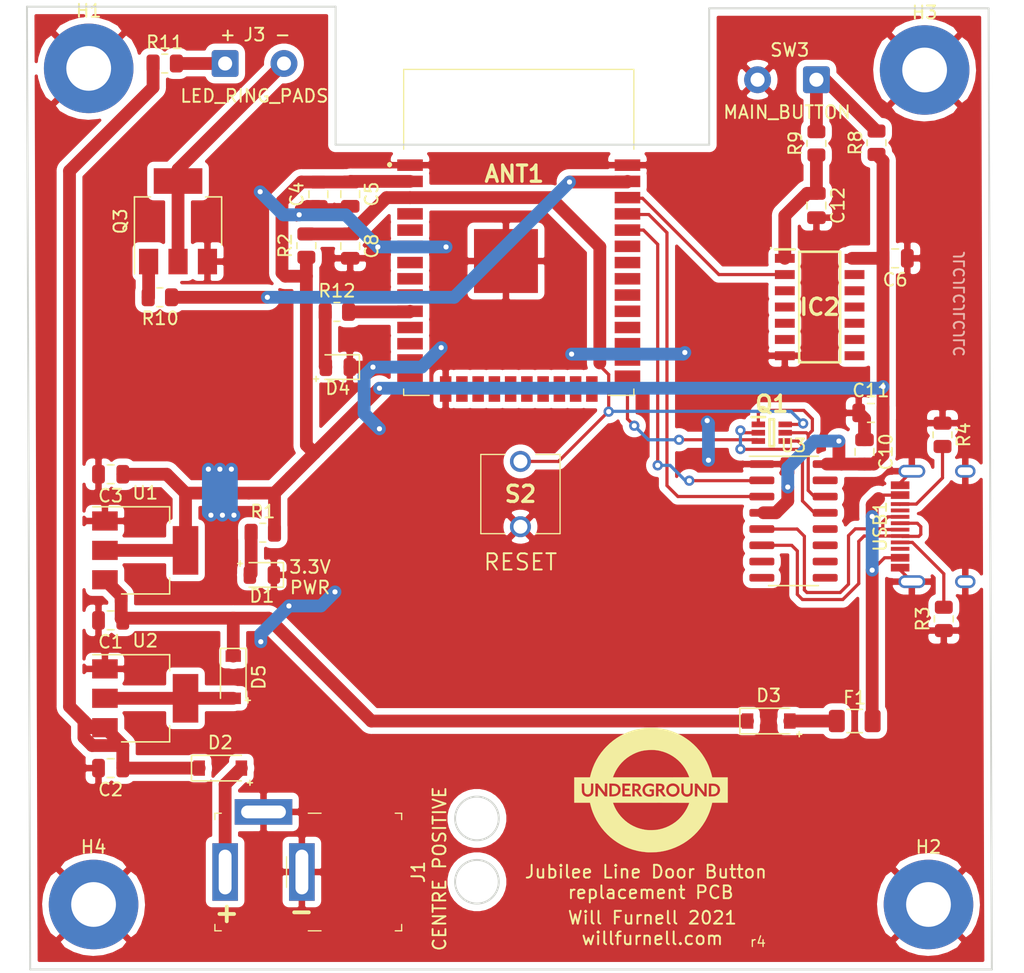
<source format=kicad_pcb>
(kicad_pcb (version 20171130) (host pcbnew "(5.1.8)-1")
  (layers (0 F.Cu signal) (31 B.Cu signal) (34 B.Paste user) (35 F.Paste user) (36 B.SilkS user) (37 F.SilkS user) (38 B.Mask user) (39 F.Mask user) (44 Edge.Cuts user))
  (net 0 "")
  (net 1 +5V)
  (net 2 +9V)
  (net 3 +3V3)
  (net 4 "Net-(C12-Pad1)")
  (net 5 "Net-(D1-Pad2)")
  (net 6 "Net-(D2-Pad2)")
  (net 7 "Net-(D4-Pad2)")
  (net 8 "Net-(J3-Pad1)")
  (net 9 "Net-(J3-Pad2)")
  (net 10 EN)
  (net 11 RTS)
  (net 12 DTR)
  (net 13 "Net-(Q3-Pad1)")
  (net 14 "Net-(R8-Pad2)")
  (net 15 LED_RING)
  (net 16 ESP_LED)
  (net 17 ESP_RXD)
  (net 18 ESP_TXD)
  (net 19 BUTTON)
  (net 20 "Net-(D5-Pad2)")
  (net 21 "Net-(D3-Pad2)")
  (net 22 "Net-(F1-Pad2)")
  (net 23 GND)
  (net 24 IO0)
  (net 25 "Net-(R3-Pad2)")
  (net 26 "Net-(R4-Pad2)")
  (net 27 "Net-(U3-Pad6)")
  (net 28 "Net-(U3-Pad5)")
  (module Package_SO:SOIC-16_3.9x9.9mm_P1.27mm (layer F.Cu) (at 100.318 94.203)
    (fp_text reference U3 (at 0 -5.9) (layer F.SilkS))
    (fp_text value CH340C)
    (pad 16 smd roundrect (at 2.475 -4.445) (size 1.95 0.6) (layers F.Cu F.Paste F.Mask) (net 3 +3V3))
    (pad 15 smd roundrect (at 2.475 -3.175) (size 1.95 0.6) (layers F.Cu F.Paste F.Mask))
    (pad 14 smd roundrect (at 2.475 -1.905) (size 1.95 0.6) (layers F.Cu F.Paste F.Mask) (net 11 RTS))
    (pad 13 smd roundrect (at 2.475 -0.635) (size 1.95 0.6) (layers F.Cu F.Paste F.Mask) (net 12 DTR))
    (pad 12 smd roundrect (at 2.475 0.635) (size 1.95 0.6) (layers F.Cu F.Paste F.Mask))
    (pad 11 smd roundrect (at 2.475 1.905) (size 1.95 0.6) (layers F.Cu F.Paste F.Mask))
    (pad 10 smd roundrect (at 2.475 3.175) (size 1.95 0.6) (layers F.Cu F.Paste F.Mask))
    (pad 9 smd roundrect (at 2.475 4.445) (size 1.95 0.6) (layers F.Cu F.Paste F.Mask))
    (pad 8 smd roundrect (at -2.475 4.445) (size 1.95 0.6) (layers F.Cu F.Paste F.Mask))
    (pad 7 smd roundrect (at -2.475 3.175) (size 1.95 0.6) (layers F.Cu F.Paste F.Mask))
    (pad 6 smd roundrect (at -2.475 1.905) (size 1.95 0.6) (layers F.Cu F.Paste F.Mask) (net 27 "Net-(U3-Pad6)"))
    (pad 5 smd roundrect (at -2.475 0.635) (size 1.95 0.6) (layers F.Cu F.Paste F.Mask) (net 28 "Net-(U3-Pad5)"))
    (pad 4 smd roundrect (at -2.475 -0.635) (size 1.95 0.6) (layers F.Cu F.Paste F.Mask) (net 3 +3V3))
    (pad 3 smd roundrect (at -2.475 -1.905) (size 1.95 0.6) (layers F.Cu F.Paste F.Mask) (net 18 ESP_TXD))
    (pad 2 smd roundrect (at -2.475 -3.175) (size 1.95 0.6) (layers F.Cu F.Paste F.Mask) (net 17 ESP_RXD))
    (pad 1 smd roundrect (at -2.475 -4.445) (size 1.95 0.6) (layers F.Cu F.Paste F.Mask) (net 23 GND))
  )
  (module Capacitor_SMD:C_0805_2012Metric (layer F.Cu) (at 106.368 85.753 180)
    (fp_text reference C11 (at 0 1.75) (layer F.SilkS))
    (fp_text value 100nF)
    (pad 2 smd roundrect (at 0.95 0 180) (size 1 1.45) (layers F.Cu F.Paste F.Mask) (net 23 GND))
    (pad 1 smd roundrect (at -0.95 0 180) (size 1 1.45) (layers F.Cu F.Paste F.Mask) (net 3 +3V3))
  )
  (module Type-C:HRO-TYPE-C-31-M-12 (layer F.Cu) (at 116.348 94.633 90)
    (fp_text reference USB1 (at 0 -9.25 90) (layer F.SilkS))
    (fp_text value HRO-TYPE-C-31-M-12)
    (pad 12 smd rect (at 3.225 -7.695 90) (size 0.6 1.45) (layers F.Cu F.Paste F.Mask) (net 23 GND))
    (pad 1 smd rect (at -3.225 -7.695 90) (size 0.6 1.45) (layers F.Cu F.Paste F.Mask) (net 23 GND))
    (pad 11 smd rect (at 2.45 -7.695 90) (size 0.6 1.45) (layers F.Cu F.Paste F.Mask) (net 22 "Net-(F1-Pad2)"))
    (pad 2 smd rect (at -2.45 -7.695 90) (size 0.6 1.45) (layers F.Cu F.Paste F.Mask) (net 22 "Net-(F1-Pad2)"))
    (pad 3 smd rect (at -1.75 -7.695 90) (size 0.3 1.45) (layers F.Cu F.Paste F.Mask))
    (pad 10 smd rect (at 1.75 -7.695 90) (size 0.3 1.45) (layers F.Cu F.Paste F.Mask) (net 26 "Net-(R4-Pad2)"))
    (pad 4 smd rect (at -1.25 -7.695 90) (size 0.3 1.45) (layers F.Cu F.Paste F.Mask) (net 25 "Net-(R3-Pad2)"))
    (pad 9 smd rect (at 1.25 -7.695 90) (size 0.3 1.45) (layers F.Cu F.Paste F.Mask))
    (pad 5 smd rect (at -0.75 -7.695 90) (size 0.3 1.45) (layers F.Cu F.Paste F.Mask) (net 27 "Net-(U3-Pad6)"))
    (pad 8 smd rect (at 0.75 -7.695 90) (size 0.3 1.45) (layers F.Cu F.Paste F.Mask) (net 28 "Net-(U3-Pad5)"))
    (pad 7 smd rect (at 0.25 -7.695 90) (size 0.3 1.45) (layers F.Cu F.Paste F.Mask) (net 27 "Net-(U3-Pad6)"))
    (pad 6 smd rect (at -0.25 -7.695 90) (size 0.3 1.45) (layers F.Cu F.Paste F.Mask) (net 28 "Net-(U3-Pad5)"))
    (pad "" np_thru_hole circle (at 2.89 -6.25 90) (size 0.65 0.65) (drill 0.65) (layers *.Cu *.Mask))
    (pad "" np_thru_hole circle (at -2.89 -6.25 90) (size 0.65 0.65) (drill 0.65) (layers *.Cu *.Mask))
    (pad 13 thru_hole oval (at -4.32 -6.78 90) (size 1 2.1) (drill oval 0.6 1.7) (layers *.Cu B.Mask) (net 23 GND))
    (pad 13 thru_hole oval (at 4.32 -6.78 90) (size 1 2.1) (drill oval 0.6 1.7) (layers *.Cu B.Mask) (net 23 GND))
    (pad 13 thru_hole oval (at -4.32 -2.6 90) (size 1 1.6) (drill oval 0.6 1.2) (layers *.Cu B.Mask) (net 23 GND))
    (pad 13 thru_hole oval (at 4.32 -2.6 90) (size 1 1.6) (drill oval 0.6 1.2) (layers *.Cu B.Mask) (net 23 GND))
  )
  (module Resistor_SMD:R_0805_2012Metric (layer F.Cu) (at 111.968 87.4655 270)
    (fp_text reference R4 (at 0 -1.65 90) (layer F.SilkS))
    (fp_text value 5.1K)
    (pad 2 smd roundrect (at 0.9125 0 270) (size 1.025 1.4) (layers F.Cu F.Paste F.Mask) (roundrect_rratio 0.2439004878048781) (net 26 "Net-(R4-Pad2)"))
    (pad 1 smd roundrect (at -0.9125 0 270) (size 1.025 1.4) (layers F.Cu F.Paste F.Mask) (roundrect_rratio 0.2439004878048781) (net 23 GND))
  )
  (module Resistor_SMD:R_0805_2012Metric (layer F.Cu) (at 112.068 101.8655 90)
    (fp_text reference R3 (at 0 -1.65 90) (layer F.SilkS))
    (fp_text value 5.1K)
    (pad 2 smd roundrect (at 0.9125 0 90) (size 1.025 1.4) (layers F.Cu F.Paste F.Mask) (roundrect_rratio 0.2439004878048781) (net 25 "Net-(R3-Pad2)"))
    (pad 1 smd roundrect (at -0.9125 0 90) (size 1.025 1.4) (layers F.Cu F.Paste F.Mask) (roundrect_rratio 0.2439004878048781) (net 23 GND))
  )
  (module SamacSys_Parts:SOT65P230X110-6N (layer F.Cu) (at 98.618 87.303)
    (fp_text reference Q1 (at 0 -2.25) (layer F.SilkS) (effects (font (size 1.27 1.27) (thickness 0.254))))
    (fp_text value UMH3N hide)
    (pad 6 smd rect (at 1.05 -0.65 90) (size 0.45 1.05) (layers F.Cu F.Paste F.Mask) (net 10 EN))
    (pad 5 smd rect (at 1.05 0 90) (size 0.45 1.05) (layers F.Cu F.Paste F.Mask) (net 11 RTS))
    (pad 4 smd rect (at 1.05 0.65 90) (size 0.45 1.05) (layers F.Cu F.Paste F.Mask) (net 12 DTR))
    (pad 3 smd rect (at -1.05 0.65 90) (size 0.45 1.05) (layers F.Cu F.Paste F.Mask) (net 24 IO0))
    (pad 2 smd rect (at -1.05 0 90) (size 0.45 1.05) (layers F.Cu F.Paste F.Mask) (net 12 DTR))
    (pad 1 smd rect (at -1.05 -0.65 90) (size 0.45 1.05) (layers F.Cu F.Paste F.Mask) (net 11 RTS))
  )
  (module Capacitor_SMD:C_0805_2012Metric (layer F.Cu) (at 105.868 88.803 270)
    (fp_text reference C10 (at 0 -1.68 90) (layer F.SilkS))
    (fp_text value 10uF)
    (pad 2 smd roundrect (at 0.95 0 270) (size 1 1.45) (layers F.Cu F.Paste F.Mask) (net 3 +3V3))
    (pad 1 smd roundrect (at -0.95 0 270) (size 1 1.45) (layers F.Cu F.Paste F.Mask) (net 23 GND))
  )
  (module Capacitor_SMD:C_0805_2012Metric (layer F.Cu) (at 63.168 68.653 90)
    (fp_text reference C4 (at 0 -1.68 90) (layer F.SilkS))
    (fp_text value 100nF)
    (pad 2 smd roundrect (at 0.95 0 90) (size 1 1.45) (layers F.Cu F.Paste F.Mask) (net 3 +3V3))
    (pad 1 smd roundrect (at -0.95 0 90) (size 1 1.45) (layers F.Cu F.Paste F.Mask) (net 23 GND))
  )
  (module MountingHole:MountingHole_3.5mm_Pad_TopBottom (layer F.Cu) (at 45.593 124.206)
    (fp_text reference H4 (at 0 -4.5) (layer F.SilkS))
    (fp_text value MountingHole_Pad)
    (pad 1 connect circle (at 0 0) (size 7 7) (layers B.Cu B.Mask) (net 23 GND))
    (pad 1 connect circle (at 0 0) (size 7 7) (layers F.Cu F.Mask) (net 23 GND))
    (pad 1 thru_hole circle (at 0 0) (size 3.9 3.9) (drill 3.5) (layers *.Cu *.Mask) (net 23 GND))
  )
  (module MountingHole:MountingHole_3.5mm_Pad_TopBottom (layer F.Cu) (at 110.568 58.928)
    (fp_text reference H3 (at 0 -4.5) (layer F.SilkS))
    (fp_text value MountingHole_Pad)
    (pad 1 connect circle (at 0 0) (size 7 7) (layers B.Cu B.Mask) (net 23 GND))
    (pad 1 connect circle (at 0 0) (size 7 7) (layers F.Cu F.Mask) (net 23 GND))
    (pad 1 thru_hole circle (at 0 0) (size 3.9 3.9) (drill 3.5) (layers *.Cu *.Mask) (net 23 GND))
  )
  (module MountingHole:MountingHole_3.5mm_Pad_TopBottom (layer F.Cu) (at 110.871 124.206)
    (fp_text reference H2 (at 0 -4.5) (layer F.SilkS))
    (fp_text value MountingHole_Pad)
    (pad 1 connect circle (at 0 0) (size 7 7) (layers B.Cu B.Mask) (net 23 GND))
    (pad 1 connect circle (at 0 0) (size 7 7) (layers F.Cu F.Mask) (net 23 GND))
    (pad 1 thru_hole circle (at 0 0) (size 3.9 3.9) (drill 3.5) (layers *.Cu *.Mask) (net 23 GND))
  )
  (module MountingHole:MountingHole_3.5mm_Pad_TopBottom (layer F.Cu) (at 45.212 58.801)
    (fp_text reference H1 (at 0 -4.5) (layer F.SilkS))
    (fp_text value MountingHole_Pad)
    (pad 1 connect circle (at 0 0) (size 7 7) (layers B.Cu B.Mask) (net 23 GND))
    (pad 1 connect circle (at 0 0) (size 7 7) (layers F.Cu F.Mask) (net 23 GND))
    (pad 1 thru_hole circle (at 0 0) (size 3.9 3.9) (drill 3.5) (layers *.Cu *.Mask) (net 23 GND))
  )
  (module Capacitor_SMD:C_0805_2012Metric (layer F.Cu) (at 108.265 73.66 180)
    (fp_text reference C6 (at 0 -1.68) (layer F.SilkS))
    (fp_text value 0.1uF)
    (pad 2 smd roundrect (at 0.95 0 180) (size 1 1.45) (layers F.Cu F.Paste F.Mask) (net 3 +3V3))
    (pad 1 smd roundrect (at -0.95 0 180) (size 1 1.45) (layers F.Cu F.Paste F.Mask) (net 23 GND))
  )
  (module SamacSys_Parts:ESP32WROOM32D (layer F.Cu) (at 78.486 71.882)
    (fp_text reference ANT1 (at 0 -4.826) (layer F.SilkS) (effects (font (size 1.27 1.27) (thickness 0.254))))
    (fp_text value ESP32-WROOM-32D hide)
    (pad 39 smd rect (at -0.65 1.99 90) (size 5 5) (layers F.Cu F.Paste F.Mask) (net 23 GND))
    (pad 38 smd rect (at 8.85 -5.51 90) (size 0.9 2) (layers F.Cu F.Paste F.Mask) (net 23 GND))
    (pad 37 smd rect (at 8.85 -4.24 90) (size 0.9 2) (layers F.Cu F.Paste F.Mask) (net 15 LED_RING))
    (pad 36 smd rect (at 8.85 -2.97 90) (size 0.9 2) (layers F.Cu F.Paste F.Mask) (net 19 BUTTON))
    (pad 35 smd rect (at 8.85 -1.7 90) (size 0.9 2) (layers F.Cu F.Paste F.Mask) (net 18 ESP_TXD))
    (pad 34 smd rect (at 8.85 -0.43 90) (size 0.9 2) (layers F.Cu F.Paste F.Mask) (net 17 ESP_RXD))
    (pad 33 smd rect (at 8.85 0.84 90) (size 0.9 2) (layers F.Cu F.Paste F.Mask))
    (pad 32 smd rect (at 8.85 2.11 90) (size 0.9 2) (layers F.Cu F.Paste F.Mask))
    (pad 31 smd rect (at 8.85 3.38 90) (size 0.9 2) (layers F.Cu F.Paste F.Mask))
    (pad 30 smd rect (at 8.85 4.65 90) (size 0.9 2) (layers F.Cu F.Paste F.Mask))
    (pad 29 smd rect (at 8.85 5.92 90) (size 0.9 2) (layers F.Cu F.Paste F.Mask))
    (pad 28 smd rect (at 8.85 7.19 90) (size 0.9 2) (layers F.Cu F.Paste F.Mask))
    (pad 27 smd rect (at 8.85 8.46 90) (size 0.9 2) (layers F.Cu F.Paste F.Mask))
    (pad 26 smd rect (at 8.85 9.73 90) (size 0.9 2) (layers F.Cu F.Paste F.Mask))
    (pad 25 smd rect (at 8.85 11 90) (size 0.9 2) (layers F.Cu F.Paste F.Mask) (net 24 IO0))
    (pad 24 smd rect (at 6.065 12) (size 0.9 2) (layers F.Cu F.Paste F.Mask))
    (pad 23 smd rect (at 4.795 12) (size 0.9 2) (layers F.Cu F.Paste F.Mask))
    (pad 22 smd rect (at 3.525 12) (size 0.9 2) (layers F.Cu F.Paste F.Mask))
    (pad 21 smd rect (at 2.255 12) (size 0.9 2) (layers F.Cu F.Paste F.Mask))
    (pad 20 smd rect (at 0.985 12) (size 0.9 2) (layers F.Cu F.Paste F.Mask))
    (pad 19 smd rect (at -0.285 12) (size 0.9 2) (layers F.Cu F.Paste F.Mask))
    (pad 18 smd rect (at -1.555 12) (size 0.9 2) (layers F.Cu F.Paste F.Mask))
    (pad 17 smd rect (at -2.825 12) (size 0.9 2) (layers F.Cu F.Paste F.Mask))
    (pad 16 smd rect (at -4.095 12) (size 0.9 2) (layers F.Cu F.Paste F.Mask))
    (pad 15 smd rect (at -5.365 12) (size 0.9 2) (layers F.Cu F.Paste F.Mask) (net 23 GND))
    (pad 14 smd rect (at -8.15 11 90) (size 0.9 2) (layers F.Cu F.Paste F.Mask))
    (pad 13 smd rect (at -8.15 9.73 90) (size 0.9 2) (layers F.Cu F.Paste F.Mask))
    (pad 12 smd rect (at -8.15 8.46 90) (size 0.9 2) (layers F.Cu F.Paste F.Mask))
    (pad 11 smd rect (at -8.15 7.19 90) (size 0.9 2) (layers F.Cu F.Paste F.Mask))
    (pad 10 smd rect (at -8.15 5.92 90) (size 0.9 2) (layers F.Cu F.Paste F.Mask) (net 16 ESP_LED))
    (pad 9 smd rect (at -8.15 4.65 90) (size 0.9 2) (layers F.Cu F.Paste F.Mask))
    (pad 8 smd rect (at -8.15 3.38 90) (size 0.9 2) (layers F.Cu F.Paste F.Mask))
    (pad 7 smd rect (at -8.15 2.11 90) (size 0.9 2) (layers F.Cu F.Paste F.Mask))
    (pad 6 smd rect (at -8.15 0.84 90) (size 0.9 2) (layers F.Cu F.Paste F.Mask))
    (pad 5 smd rect (at -8.15 -0.43 90) (size 0.9 2) (layers F.Cu F.Paste F.Mask))
    (pad 4 smd rect (at -8.15 -1.7 90) (size 0.9 2) (layers F.Cu F.Paste F.Mask))
    (pad 3 smd rect (at -8.15 -2.97 90) (size 0.9 2) (layers F.Cu F.Paste F.Mask) (net 10 EN))
    (pad 2 smd rect (at -8.15 -4.24 90) (size 0.9 2) (layers F.Cu F.Paste F.Mask) (net 3 +3V3))
    (pad 1 smd rect (at -8.15 -5.51 90) (size 0.9 2) (layers F.Cu F.Paste F.Mask) (net 23 GND))
  )
  (module SamacSys_Parts:SOIC127P600X175-14N (layer F.Cu) (at 102.362 77.47)
    (fp_text reference IC2 (at 0 0) (layer F.SilkS) (effects (font (size 1.27 1.27) (thickness 0.254))))
    (fp_text value 74HC14D,653 hide)
    (pad 14 smd rect (at 2.725 -3.81 90) (size 0.7 1.55) (layers F.Cu F.Paste F.Mask) (net 3 +3V3))
    (pad 13 smd rect (at 2.725 -2.54 90) (size 0.7 1.55) (layers F.Cu F.Paste F.Mask))
    (pad 12 smd rect (at 2.725 -1.27 90) (size 0.7 1.55) (layers F.Cu F.Paste F.Mask))
    (pad 11 smd rect (at 2.725 0 90) (size 0.7 1.55) (layers F.Cu F.Paste F.Mask))
    (pad 10 smd rect (at 2.725 1.27 90) (size 0.7 1.55) (layers F.Cu F.Paste F.Mask))
    (pad 9 smd rect (at 2.725 2.54 90) (size 0.7 1.55) (layers F.Cu F.Paste F.Mask))
    (pad 8 smd rect (at 2.725 3.81 90) (size 0.7 1.55) (layers F.Cu F.Paste F.Mask))
    (pad 7 smd rect (at -2.725 3.81 90) (size 0.7 1.55) (layers F.Cu F.Paste F.Mask) (net 23 GND))
    (pad 6 smd rect (at -2.725 2.54 90) (size 0.7 1.55) (layers F.Cu F.Paste F.Mask))
    (pad 5 smd rect (at -2.725 1.27 90) (size 0.7 1.55) (layers F.Cu F.Paste F.Mask))
    (pad 4 smd rect (at -2.725 0 90) (size 0.7 1.55) (layers F.Cu F.Paste F.Mask))
    (pad 3 smd rect (at -2.725 -1.27 90) (size 0.7 1.55) (layers F.Cu F.Paste F.Mask))
    (pad 2 smd rect (at -2.725 -2.54 90) (size 0.7 1.55) (layers F.Cu F.Paste F.Mask) (net 19 BUTTON))
    (pad 1 smd rect (at -2.725 -3.81 90) (size 0.7 1.55) (layers F.Cu F.Paste F.Mask) (net 4 "Net-(C12-Pad1)"))
  )
  (module Resistor_SMD:R_0805_2012Metric (layer F.Cu) (at 64.6195 77.851)
    (fp_text reference R12 (at 0 -1.65) (layer F.SilkS))
    (fp_text value 2K)
    (pad 2 smd roundrect (at 0.9125 0) (size 1.025 1.4) (layers F.Cu F.Paste F.Mask) (roundrect_rratio 0.2439004878048781) (net 16 ESP_LED))
    (pad 1 smd roundrect (at -0.9125 0) (size 1.025 1.4) (layers F.Cu F.Paste F.Mask) (roundrect_rratio 0.2439004878048781) (net 7 "Net-(D4-Pad2)"))
  )
  (module LED_SMD:LED_0805_2012Metric (layer F.Cu) (at 64.6915 82.169 180)
    (fp_text reference D4 (at 0 -1.65) (layer F.SilkS))
    (fp_text value ESP_LED)
    (pad 2 smd roundrect (at 0.9375 0 180) (size 0.975 1.4) (layers F.Cu F.Paste F.Mask) (net 7 "Net-(D4-Pad2)"))
    (pad 1 smd roundrect (at -0.9375 0 180) (size 0.975 1.4) (layers F.Cu F.Paste F.Mask) (net 23 GND))
  )
  (module SamacSys_Parts:FSM2JRT (layer F.Cu) (at 78.968 94.653)
    (fp_text reference S2 (at 0 -2.553) (layer F.SilkS) (effects (font (size 1.27 1.27) (thickness 0.254))))
    (fp_text value RESET (at 0 2.769) (layer F.SilkS) (effects (font (size 1.27 1.27))))
    (pad 2 thru_hole circle (at 0 -5.105) (size 1.638 1.638) (drill 1.092) (layers *.Cu *.Mask) (net 10 EN))
    (pad 1 thru_hole circle (at 0 0) (size 1.638 1.638) (drill 1.092) (layers *.Cu *.Mask) (net 23 GND))
  )
  (module digikey-footprints:Barrel_Jack_5.5mmODx2.1mmID_PJ-202A (layer F.Cu) (at 58.88 121.666 270)
    (fp_text reference J1 (at 0 -12.1 90) (layer F.SilkS))
    (fp_text value PJ-202A)
    (pad 2 thru_hole rect (at 0 -3 270) (size 4.5 2) (drill oval 3.5 1) (layers *.Cu *.Mask) (net 23 GND))
    (pad 1 thru_hole rect (at 0 3 270) (size 4.5 2) (drill oval 3.5 1) (layers *.Cu *.Mask) (net 6 "Net-(D2-Pad2)"))
    (pad 3 thru_hole rect (at -4.7 0 270) (size 2 4.5) (drill oval 1 3.5) (layers *.Cu *.Mask) (net 23 GND))
  )
  (module Capacitor_SMD:C_0805_2012Metric (layer F.Cu) (at 46.929 90.551 180)
    (fp_text reference C3 (at 0 -1.68) (layer F.SilkS))
    (fp_text value 10uF)
    (pad 2 smd roundrect (at 0.95 0 180) (size 1 1.45) (layers F.Cu F.Paste F.Mask) (net 23 GND))
    (pad 1 smd roundrect (at -0.95 0 180) (size 1 1.45) (layers F.Cu F.Paste F.Mask) (net 3 +3V3))
  )
  (module Resistor_SMD:R_0805_2012Metric (layer F.Cu) (at 62.23 72.6675 90)
    (fp_text reference R2 (at 0 -1.65 90) (layer F.SilkS))
    (fp_text value 10K)
    (pad 2 smd roundrect (at 0.9125 0 90) (size 1.025 1.4) (layers F.Cu F.Paste F.Mask) (roundrect_rratio 0.2439004878048781) (net 10 EN))
    (pad 1 smd roundrect (at -0.9125 0 90) (size 1.025 1.4) (layers F.Cu F.Paste F.Mask) (roundrect_rratio 0.2439004878048781) (net 3 +3V3))
  )
  (module Capacitor_SMD:C_0805_2012Metric (layer F.Cu) (at 65.659 72.705 270)
    (fp_text reference C8 (at 0 -1.68 90) (layer F.SilkS))
    (fp_text value 100nF)
    (pad 2 smd roundrect (at 0.95 0 270) (size 1 1.45) (layers F.Cu F.Paste F.Mask) (net 23 GND))
    (pad 1 smd roundrect (at -0.95 0 270) (size 1 1.45) (layers F.Cu F.Paste F.Mask) (net 10 EN))
  )
  (module Capacitor_SMD:C_0805_2012Metric (layer F.Cu) (at 46.929 113.538 180)
    (fp_text reference C2 (at 0 -1.68) (layer F.SilkS))
    (fp_text value 10uF)
    (pad 2 smd roundrect (at 0.95 0 180) (size 1 1.45) (layers F.Cu F.Paste F.Mask) (net 23 GND))
    (pad 1 smd roundrect (at -0.95 0 180) (size 1 1.45) (layers F.Cu F.Paste F.Mask) (net 2 +9V))
  )
  (module Capacitor_SMD:C_0805_2012Metric (layer F.Cu) (at 46.929 101.981 180)
    (fp_text reference C1 (at 0 -1.68) (layer F.SilkS))
    (fp_text value 10uF)
    (pad 2 smd roundrect (at 0.95 0 180) (size 1 1.45) (layers F.Cu F.Paste F.Mask) (net 23 GND))
    (pad 1 smd roundrect (at -0.95 0 180) (size 1 1.45) (layers F.Cu F.Paste F.Mask) (net 1 +5V))
  )
  (module Fuse:Fuse_1206_3216Metric (layer F.Cu) (at 105.102 109.855)
    (fp_text reference F1 (at 0 -1.82) (layer F.SilkS))
    (fp_text value Polyfuse)
    (pad 2 smd roundrect (at 1.4 0) (size 1.25 1.75) (layers F.Cu F.Paste F.Mask) (roundrect_rratio 0.2) (net 22 "Net-(F1-Pad2)"))
    (pad 1 smd roundrect (at -1.4 0) (size 1.25 1.75) (layers F.Cu F.Paste F.Mask) (roundrect_rratio 0.2) (net 21 "Net-(D3-Pad2)"))
  )
  (module jubileev2:roundel_ss (layer F.Cu) (at 89.168 115.253)
    (fp_text reference G*** hide)
    (fp_text value LOGO hide)
  )
  (module Diode_SMD:D_SOD-123 (layer F.Cu) (at 56.515 106.427 270)
    (fp_text reference D5 (at 0 -2 90) (layer F.SilkS))
    (fp_text value D_Small)
    (pad 2 smd rect (at 1.65 0 270) (size 0.9 1.2) (layers F.Cu F.Paste F.Mask) (net 20 "Net-(D5-Pad2)"))
    (pad 1 smd rect (at -1.65 0 270) (size 0.9 1.2) (layers F.Cu F.Paste F.Mask) (net 1 +5V))
  )
  (module Diode_SMD:D_SOD-123 (layer F.Cu) (at 98.375 109.855)
    (fp_text reference D3 (at 0 -2) (layer F.SilkS))
    (fp_text value D)
    (pad 2 smd rect (at 1.65 0) (size 0.9 1.2) (layers F.Cu F.Paste F.Mask) (net 21 "Net-(D3-Pad2)"))
    (pad 1 smd rect (at -1.65 0) (size 0.9 1.2) (layers F.Cu F.Paste F.Mask) (net 1 +5V))
  )
  (module Diode_SMD:D_SOD-123 (layer F.Cu) (at 55.499 113.538)
    (fp_text reference D2 (at 0 -2) (layer F.SilkS))
    (fp_text value D_Schottky)
    (pad 2 smd rect (at 1.65 0) (size 0.9 1.2) (layers F.Cu F.Paste F.Mask) (net 6 "Net-(D2-Pad2)"))
    (pad 1 smd rect (at -1.65 0) (size 0.9 1.2) (layers F.Cu F.Paste F.Mask) (net 2 +9V))
  )
  (module Capacitor_SMD:C_0805_2012Metric (layer F.Cu) (at 65.659 68.641 270)
    (fp_text reference C5 (at 0 -1.68 90) (layer F.SilkS))
    (fp_text value 10uF)
    (pad 2 smd roundrect (at 0.95 0 270) (size 1 1.45) (layers F.Cu F.Paste F.Mask) (net 23 GND))
    (pad 1 smd roundrect (at -0.95 0 270) (size 1 1.45) (layers F.Cu F.Paste F.Mask) (net 3 +3V3))
  )
  (module Capacitor_SMD:C_0805_2012Metric (layer F.Cu) (at 102.108 69.53 270)
    (fp_text reference C12 (at 0 -1.68 90) (layer F.SilkS))
    (fp_text value 0.1uF)
    (pad 1 smd roundrect (at -0.95 0 270) (size 1 1.45) (layers F.Cu F.Paste F.Mask) (net 4 "Net-(C12-Pad1)"))
    (pad 2 smd roundrect (at 0.95 0 270) (size 1 1.45) (layers F.Cu F.Paste F.Mask) (net 23 GND))
  )
  (module LED_SMD:LED_0805_2012Metric (layer F.Cu) (at 58.7525 98.425 180)
    (fp_text reference D1 (at 0 -1.65) (layer F.SilkS))
    (fp_text value POWER_LED)
    (pad 1 smd roundrect (at -0.9375 0 180) (size 0.975 1.4) (layers F.Cu F.Paste F.Mask) (net 23 GND))
    (pad 2 smd roundrect (at 0.9375 0 180) (size 0.975 1.4) (layers F.Cu F.Paste F.Mask) (net 5 "Net-(D1-Pad2)"))
  )
  (module Connector_Wire:SolderWire-0.5sqmm_1x02_P4.6mm_D0.9mm_OD2.1mm (layer F.Cu) (at 55.88 58.42)
    (fp_text reference J3 (at 2.3 -2.25) (layer F.SilkS))
    (fp_text value LED_RING_PADS (at 2.286 2.54) (layer F.SilkS))
    (pad 2 thru_hole circle (at 4.6 0) (size 2.1 2.1) (drill 1.1) (layers *.Cu *.Mask) (net 9 "Net-(J3-Pad2)"))
    (pad 1 thru_hole roundrect (at 0 0) (size 2.1 2.1) (drill 1.1) (layers *.Cu *.Mask) (roundrect_rratio 0.1190471428571429) (net 8 "Net-(J3-Pad1)"))
  )
  (module Package_TO_SOT_SMD:SOT-223-3_TabPin2 (layer F.Cu) (at 52.197 70.764 90)
    (fp_text reference Q3 (at 0 -4.5 90) (layer F.SilkS))
    (fp_text value PZT2222A)
    (pad 1 smd rect (at -3.15 -2.3 90) (size 2 1.5) (layers F.Cu F.Paste F.Mask) (net 13 "Net-(Q3-Pad1)"))
    (pad 3 smd rect (at -3.15 2.3 90) (size 2 1.5) (layers F.Cu F.Paste F.Mask) (net 23 GND))
    (pad 2 smd rect (at -3.15 0 90) (size 2 1.5) (layers F.Cu F.Paste F.Mask) (net 9 "Net-(J3-Pad2)"))
    (pad 2 smd rect (at 3.15 0 90) (size 2 3.8) (layers F.Cu F.Paste F.Mask) (net 9 "Net-(J3-Pad2)"))
  )
  (module Resistor_SMD:R_0805_2012Metric (layer F.Cu) (at 58.8245 95.123)
    (fp_text reference R1 (at 0 -1.65) (layer F.SilkS))
    (fp_text value 2K)
    (pad 1 smd roundrect (at -0.9125 0) (size 1.025 1.4) (layers F.Cu F.Paste F.Mask) (roundrect_rratio 0.2439004878048781) (net 5 "Net-(D1-Pad2)"))
    (pad 2 smd roundrect (at 0.9125 0) (size 1.025 1.4) (layers F.Cu F.Paste F.Mask) (roundrect_rratio 0.2439004878048781) (net 3 +3V3))
  )
  (module Resistor_SMD:R_0805_2012Metric (layer F.Cu) (at 106.807 64.6195 90)
    (fp_text reference R8 (at 0 -1.65 90) (layer F.SilkS))
    (fp_text value 10K)
    (pad 2 smd roundrect (at 0.9125 0 90) (size 1.025 1.4) (layers F.Cu F.Paste F.Mask) (roundrect_rratio 0.2439004878048781) (net 14 "Net-(R8-Pad2)"))
    (pad 1 smd roundrect (at -0.9125 0 90) (size 1.025 1.4) (layers F.Cu F.Paste F.Mask) (roundrect_rratio 0.2439004878048781) (net 3 +3V3))
  )
  (module Resistor_SMD:R_0805_2012Metric (layer F.Cu) (at 102.108 64.6665 90)
    (fp_text reference R9 (at 0 -1.65 90) (layer F.SilkS))
    (fp_text value 10K)
    (pad 1 smd roundrect (at -0.9125 0 90) (size 1.025 1.4) (layers F.Cu F.Paste F.Mask) (roundrect_rratio 0.2439004878048781) (net 4 "Net-(C12-Pad1)"))
    (pad 2 smd roundrect (at 0.9125 0 90) (size 1.025 1.4) (layers F.Cu F.Paste F.Mask) (roundrect_rratio 0.2439004878048781) (net 14 "Net-(R8-Pad2)"))
  )
  (module Resistor_SMD:R_0805_2012Metric (layer F.Cu) (at 50.7765 76.708)
    (fp_text reference R10 (at 0.0235 1.651) (layer F.SilkS))
    (fp_text value 5K6)
    (pad 1 smd roundrect (at -0.9125 0) (size 1.025 1.4) (layers F.Cu F.Paste F.Mask) (roundrect_rratio 0.2439004878048781) (net 13 "Net-(Q3-Pad1)"))
    (pad 2 smd roundrect (at 0.9125 0) (size 1.025 1.4) (layers F.Cu F.Paste F.Mask) (roundrect_rratio 0.2439004878048781) (net 15 LED_RING))
  )
  (module Resistor_SMD:R_0805_2012Metric (layer F.Cu) (at 51.1575 58.42)
    (fp_text reference R11 (at 0 -1.65) (layer F.SilkS))
    (fp_text value 50)
    (pad 2 smd roundrect (at 0.9125 0) (size 1.025 1.4) (layers F.Cu F.Paste F.Mask) (roundrect_rratio 0.2439004878048781) (net 8 "Net-(J3-Pad1)"))
    (pad 1 smd roundrect (at -0.9125 0) (size 1.025 1.4) (layers F.Cu F.Paste F.Mask) (roundrect_rratio 0.2439004878048781) (net 2 +9V))
  )
  (module Connector_Wire:SolderWire-0.5sqmm_1x02_P4.6mm_D0.9mm_OD2.1mm (layer F.Cu) (at 102.108 59.69 180)
    (fp_text reference SW3 (at 2.0828 2.3241) (layer F.SilkS))
    (fp_text value MAIN_BUTTON (at 2.2987 -2.54) (layer F.SilkS))
    (pad 1 thru_hole roundrect (at 0 0 180) (size 2.1 2.1) (drill 1.1) (layers *.Cu *.Mask) (roundrect_rratio 0.1190471428571429) (net 14 "Net-(R8-Pad2)"))
    (pad 2 thru_hole circle (at 4.6 0 180) (size 2.1 2.1) (drill 1.1) (layers *.Cu *.Mask) (net 23 GND))
  )
  (module Package_TO_SOT_SMD:SOT-223-3_TabPin2 (layer F.Cu) (at 49.632 96.506)
    (fp_text reference U1 (at 0 -4.5) (layer F.SilkS))
    (fp_text value AMS1117-3.3)
    (pad 2 smd rect (at 3.15 0) (size 2 3.8) (layers F.Cu F.Paste F.Mask) (net 3 +3V3))
    (pad 2 smd rect (at -3.15 0) (size 2 1.5) (layers F.Cu F.Paste F.Mask) (net 3 +3V3))
    (pad 3 smd rect (at -3.15 2.3) (size 2 1.5) (layers F.Cu F.Paste F.Mask) (net 1 +5V))
    (pad 1 smd rect (at -3.15 -2.3) (size 2 1.5) (layers F.Cu F.Paste F.Mask) (net 23 GND))
  )
  (module Package_TO_SOT_SMD:SOT-223-3_TabPin2 (layer F.Cu) (at 49.632 108.077)
    (fp_text reference U2 (at 0 -4.5) (layer F.SilkS))
    (fp_text value AMS1117-5.0)
    (pad 2 smd rect (at 3.15 0) (size 2 3.8) (layers F.Cu F.Paste F.Mask) (net 20 "Net-(D5-Pad2)"))
    (pad 2 smd rect (at -3.15 0) (size 2 1.5) (layers F.Cu F.Paste F.Mask) (net 20 "Net-(D5-Pad2)"))
    (pad 3 smd rect (at -3.15 2.3) (size 2 1.5) (layers F.Cu F.Paste F.Mask) (net 2 +9V))
    (pad 1 smd rect (at -3.15 -2.3) (size 2 1.5) (layers F.Cu F.Paste F.Mask) (net 23 GND))
  )
  (gr_text "3.3V\nPWR" (at 62.518 98.613) (layer F.SilkS) (effects (font (size 1 1))))
  (gr_text + (at 62.992 83.058) (layer F.SilkS) (effects (font (size 0.5 0.5) (thickness 0.125))))
  (gr_text + (at 57.023 97.536 90) (layer F.SilkS) (effects (font (size 0.5 0.5) (thickness 0.125))))
  (gr_text JLCJLCJLCJLC (at 113.284 77.216 90) (layer B.SilkS) (effects (font (size 0.8 0.8)) (justify mirror)))
  (gr_text + (at 56.007 124.841) (layer F.SilkS) (effects (font (size 1.5 1.5) (thickness 0.3))))
  (gr_text - (at 61.849 124.714) (layer F.SilkS) (effects (font (size 1.5 1.5) (thickness 0.3))))
  (gr_text . (at 98.552 72.644) (layer F.SilkS) (effects (font (size 0.5 0.5) (thickness 0.125))))
  (gr_text + (at 100.768 110.853) (layer F.SilkS) (effects (font (size 0.5 0.5) (thickness 0.125))))
  (gr_text + (at 57.785 114.681 90) (layer F.SilkS) (effects (font (size 0.5 0.5) (thickness 0.125))))
  (gr_text + (at 57.658 108.204) (layer F.SilkS) (effects (font (size 0.5 0.5) (thickness 0.125))))
  (gr_text r4 (at 97.536 127.127) (layer F.SilkS) (effects (font (size 0.8 0.8) (thickness 0.1))))
  (gr_text "Jubilee Line Door Button \nreplacement PCB" (at 89.154 122.453) (layer F.SilkS) (effects (font (size 1 1))))
  (gr_text "Will Furnell 2021\nwillfurnell.com" (at 89.281 126.053) (layer F.SilkS) (effects (font (size 1 1))))
  (gr_text "CENTRE POSITIVE\n" (at 72.644 121.412 90) (layer F.SilkS) (effects (font (size 1 1))))
  (gr_text "+    -" (at 58.2295 56.1467) (layer F.SilkS) (effects (font (size 1 1))))
  (gr_circle (center 75.565 117.475) (end 77.27361 117.475) (layer Edge.Cuts) (width 0.15))
  (gr_circle (center 75.565 122.428) (end 77.27361 122.428) (layer Edge.Cuts) (width 0.15))
  (gr_line (start 64.516 53.975) (end 40.386 53.975) (layer Edge.Cuts) (width 0.15))
  (gr_line (start 115.57 54.102) (end 93.726 54.102) (layer Edge.Cuts) (width 0.15))
  (gr_line (start 93.726 64.77) (end 93.726 54.102) (layer Edge.Cuts) (width 0.15))
  (gr_line (start 64.516 64.77) (end 93.726 64.77) (layer Edge.Cuts) (width 0.15))
  (gr_line (start 64.516 53.975) (end 64.516 64.77) (layer Edge.Cuts) (width 0.15))
  (gr_line (start 40.64 129.286) (end 40.386 53.975) (layer Edge.Cuts) (width 0.15))
  (gr_line (start 115.824 129.286) (end 40.64 129.286) (layer Edge.Cuts) (width 0.15))
  (gr_line (start 115.57 54.102) (end 115.824 129.286) (layer Edge.Cuts) (width 0.15))
  (segment (start 47.752 100.076) (end 46.482 98.806) (width 1) (layer F.Cu) (net 1))
  (segment (start 47.752 100.076) (end 47.752 100.494) (width 1) (layer F.Cu) (net 1))
  (segment (start 48.051 101.809) (end 47.879 101.981) (width 1) (layer F.Cu) (net 1))
  (segment (start 56.515 101.809) (end 48.051 101.809) (width 1) (layer F.Cu) (net 1))
  (segment (start 56.515 104.777) (end 56.515 101.809) (width 1) (layer F.Cu) (net 1))
  (segment (start 47.752 101.854) (end 47.879 101.981) (width 1) (layer F.Cu) (net 1))
  (segment (start 47.752 100.076) (end 47.752 101.854) (width 1) (layer F.Cu) (net 1))
  (segment (start 56.515 101.809) (end 59.264 101.809) (width 1) (layer F.Cu) (net 1))
  (segment (start 59.264 101.809) (end 67.31 109.855) (width 1) (layer F.Cu) (net 1))
  (segment (start 96.725 109.855) (end 67.31 109.855) (width 1) (layer F.Cu) (net 1))
  (segment (start 43.71199 66.82599) (end 50.245 60.29298) (width 1) (layer F.Cu) (net 2))
  (segment (start 50.245 60.29298) (end 50.245 58.42) (width 1) (layer F.Cu) (net 2))
  (segment (start 43.71199 66.82599) (end 43.71199 108.71799) (width 1) (layer F.Cu) (net 2))
  (segment (start 47.879 111.774) (end 46.482 110.377) (width 1) (layer F.Cu) (net 2))
  (segment (start 47.879 113.538) (end 47.879 111.774) (width 1) (layer F.Cu) (net 2))
  (segment (start 45.371 110.377) (end 46.482 110.377) (width 1) (layer F.Cu) (net 2))
  (segment (start 44.84 109.846) (end 44.84 111.134) (width 1) (layer F.Cu) (net 2))
  (segment (start 43.71199 108.71799) (end 44.84 109.846) (width 1) (layer F.Cu) (net 2))
  (segment (start 44.84 109.846) (end 45.371 110.377) (width 1) (layer F.Cu) (net 2))
  (segment (start 45.48 111.774) (end 47.879 111.774) (width 1) (layer F.Cu) (net 2))
  (segment (start 44.84 111.134) (end 45.48 111.774) (width 1) (layer F.Cu) (net 2))
  (segment (start 53.849 113.538) (end 47.879 113.538) (width 1) (layer F.Cu) (net 2))
  (segment (start 52.782 96.506) (end 52.782 96.484) (width 1) (layer F.Cu) (net 3))
  (segment (start 46.482 96.506) (end 52.782 96.506) (width 1) (layer F.Cu) (net 3))
  (via (at 67.945 83.82) (size 0.8) (drill 0.4) (layers F.Cu B.Cu) (net 3))
  (via (at 107.315 83.693) (size 0.8) (drill 0.4) (layers F.Cu B.Cu) (net 3))
  (segment (start 107.188 83.82) (end 107.315 83.693) (width 1) (layer B.Cu) (net 3))
  (segment (start 67.945 83.82) (end 107.188 83.82) (width 1) (layer B.Cu) (net 3))
  (segment (start 107.315 66.04) (end 106.807 65.532) (width 1) (layer F.Cu) (net 3))
  (segment (start 104.902 73.66) (end 107.315 73.66) (width 1) (layer F.Cu) (net 3))
  (segment (start 107.315 73.66) (end 107.315 66.04) (width 1) (layer F.Cu) (net 3))
  (segment (start 107.315 83.693) (end 107.315 73.66) (width 1) (layer F.Cu) (net 3))
  (segment (start 52.782 96.506) (end 52.782 92.025) (width 1) (layer F.Cu) (net 3))
  (segment (start 51.308 90.551) (end 47.879 90.551) (width 1) (layer F.Cu) (net 3))
  (segment (start 52.782 92.025) (end 51.308 90.551) (width 1) (layer F.Cu) (net 3))
  (segment (start 65.708 67.642) (end 65.659 67.691) (width 1) (layer F.Cu) (net 3))
  (segment (start 70.336 67.642) (end 65.708 67.642) (width 1) (layer F.Cu) (net 3))
  (segment (start 57.735 92.025) (end 52.782 92.025) (width 1) (layer F.Cu) (net 3))
  (segment (start 59.74 92.025) (end 57.735 92.025) (width 1) (layer F.Cu) (net 3))
  (segment (start 59.74 95.12) (end 59.737 95.123) (width 1) (layer F.Cu) (net 3))
  (segment (start 59.74 92.025) (end 59.74 95.12) (width 1) (layer F.Cu) (net 3))
  (segment (start 62.23 88.265) (end 62.865 88.9) (width 1) (layer F.Cu) (net 3))
  (segment (start 67.945 83.82) (end 62.865 88.9) (width 1) (layer F.Cu) (net 3))
  (segment (start 62.23 75.057) (end 60.579 75.057) (width 1) (layer F.Cu) (net 3))
  (segment (start 62.23 73.58) (end 62.23 75.057) (width 1) (layer F.Cu) (net 3))
  (segment (start 62.23 75.057) (end 62.23 88.265) (width 1) (layer F.Cu) (net 3))
  (segment (start 60.579 75.057) (end 60.325 74.803) (width 1) (layer F.Cu) (net 3))
  (segment (start 60.325 74.803) (end 60.325 69.215) (width 1) (layer F.Cu) (net 3))
  (segment (start 61.849 67.691) (end 65.659 67.691) (width 1) (layer F.Cu) (net 3))
  (segment (start 60.325 69.215) (end 61.849 67.691) (width 1) (layer F.Cu) (net 3))
  (segment (start 60.99 90.775) (end 59.74 92.025) (width 1) (layer F.Cu) (net 3))
  (segment (start 62.865 88.9) (end 60.99 90.775) (width 1) (layer F.Cu) (net 3))
  (segment (start 107.315 89.031) (end 107.315 83.693) (width 1) (layer F.Cu) (net 3))
  (segment (start 106.593 89.753) (end 107.315 89.031) (width 1) (layer F.Cu) (net 3))
  (segment (start 105.868 89.753) (end 106.593 89.753) (width 1) (layer F.Cu) (net 3))
  (via (at 99.868 91.553) (size 0.8) (drill 0.4) (layers F.Cu B.Cu) (net 3))
  (segment (start 99.868 92.638) (end 99.868 91.553) (width 1) (layer F.Cu) (net 3))
  (segment (start 98.943 93.563) (end 99.868 92.638) (width 1) (layer F.Cu) (net 3))
  (segment (start 97.968 93.563) (end 98.943 93.563) (width 1) (layer F.Cu) (net 3))
  (segment (start 99.868 91.553) (end 99.868 90.053) (width 1) (layer B.Cu) (net 3))
  (segment (start 99.868 90.053) (end 101.968 87.953) (width 1) (layer B.Cu) (net 3))
  (segment (start 101.968 87.953) (end 103.868 87.953) (width 1) (layer B.Cu) (net 3))
  (via (at 103.868 87.953) (size 0.8) (drill 0.4) (layers F.Cu B.Cu) (net 3))
  (segment (start 103.868 89.553) (end 104.068 89.753) (width 1) (layer F.Cu) (net 3))
  (segment (start 103.868 87.953) (end 103.868 89.553) (width 1) (layer F.Cu) (net 3))
  (segment (start 104.068 89.753) (end 105.868 89.753) (width 1) (layer F.Cu) (net 3))
  (segment (start 102.918 89.753) (end 104.068 89.753) (width 1) (layer F.Cu) (net 3))
  (segment (start 102.108 65.579) (end 102.108 68.58) (width 1) (layer F.Cu) (net 4))
  (segment (start 101.383 68.58) (end 99.637 70.326) (width 1) (layer F.Cu) (net 4))
  (segment (start 99.637 70.326) (end 99.637 73.66) (width 1) (layer F.Cu) (net 4))
  (segment (start 102.108 68.58) (end 101.383 68.58) (width 1) (layer F.Cu) (net 4))
  (segment (start 57.912 98.328) (end 57.815 98.425) (width 1) (layer F.Cu) (net 5))
  (segment (start 57.912 95.123) (end 57.912 98.328) (width 1) (layer F.Cu) (net 5))
  (segment (start 55.88 114.807) (end 55.88 121.666) (width 1) (layer F.Cu) (net 6))
  (segment (start 57.149 113.538) (end 55.88 114.807) (width 1) (layer F.Cu) (net 6))
  (segment (start 63.707 82.122) (end 63.754 82.169) (width 1) (layer F.Cu) (net 7))
  (segment (start 63.707 77.851) (end 63.707 82.122) (width 1) (layer F.Cu) (net 7))
  (segment (start 52.07 58.42) (end 55.88 58.42) (width 1) (layer F.Cu) (net 8))
  (segment (start 52.197 73.914) (end 52.197 67.614) (width 1) (layer F.Cu) (net 9))
  (segment (start 52.197 66.703) (end 60.48 58.42) (width 1) (layer F.Cu) (net 9))
  (segment (start 52.197 67.614) (end 52.197 66.703) (width 1) (layer F.Cu) (net 9))
  (segment (start 68.502 68.912) (end 65.659 71.755) (width 1) (layer F.Cu) (net 10))
  (segment (start 70.336 68.912) (end 68.502 68.912) (width 1) (layer F.Cu) (net 10))
  (segment (start 65.659 71.755) (end 62.23 71.755) (width 1) (layer F.Cu) (net 10))
  (segment (start 85.868 85.653) (end 85.852 85.637) (width 0.25) (layer F.Cu) (net 10))
  (via (at 101.068 86.578) (size 0.8) (drill 0.4) (layers F.Cu B.Cu) (net 10))
  (segment (start 100.993 86.653) (end 101.068 86.578) (width 0.25) (layer F.Cu) (net 10))
  (segment (start 99.668 86.653) (end 100.993 86.653) (width 0.25) (layer F.Cu) (net 10))
  (segment (start 100.143 85.653) (end 99.968 85.653) (width 0.25) (layer B.Cu) (net 10))
  (segment (start 101.068 86.578) (end 100.143 85.653) (width 0.25) (layer B.Cu) (net 10))
  (segment (start 81.941 89.548) (end 85.852 85.637) (width 0.25) (layer F.Cu) (net 10))
  (segment (start 78.968 89.548) (end 81.941 89.548) (width 0.25) (layer F.Cu) (net 10))
  (segment (start 70.336 68.912) (end 81.327 68.912) (width 1) (layer F.Cu) (net 10))
  (segment (start 81.327 68.912) (end 84.368 71.953) (width 1) (layer F.Cu) (net 10))
  (segment (start 85.174001 72.759001) (end 85.174001 81.846999) (width 1) (layer F.Cu) (net 10))
  (segment (start 84.368 71.953) (end 85.174001 72.759001) (width 1) (layer F.Cu) (net 10))
  (segment (start 85.868 82.753) (end 85.868 85.653) (width 0.25) (layer F.Cu) (net 10))
  (segment (start 85.174001 82.059001) (end 85.868 82.753) (width 0.25) (layer F.Cu) (net 10))
  (segment (start 85.174001 81.846999) (end 85.174001 82.059001) (width 0.25) (layer F.Cu) (net 10))
  (segment (start 85.868 85.653) (end 85.868 85.653) (width 0.25) (layer F.Cu) (net 10))
  (via (at 85.868 85.653) (size 0.8) (drill 0.4) (layers F.Cu B.Cu) (net 10))
  (segment (start 100.117999 85.627999) (end 100.143 85.653) (width 0.25) (layer B.Cu) (net 10))
  (segment (start 85.893001 85.627999) (end 100.117999 85.627999) (width 0.25) (layer B.Cu) (net 10))
  (segment (start 85.868 85.653) (end 85.893001 85.627999) (width 0.25) (layer B.Cu) (net 10))
  (segment (start 102.918 92.293) (end 102.541232 92.293) (width 0.25) (layer F.Cu) (net 11))
  (segment (start 101.943 92.293) (end 101.468 91.818) (width 0.25) (layer F.Cu) (net 11))
  (segment (start 102.918 92.293) (end 101.943 92.293) (width 0.25) (layer F.Cu) (net 11))
  (segment (start 101.468 91.818) (end 101.468 87.453) (width 0.25) (layer F.Cu) (net 11))
  (segment (start 101.318 87.303) (end 99.668 87.303) (width 0.25) (layer F.Cu) (net 11))
  (segment (start 101.468 87.453) (end 101.318 87.303) (width 0.25) (layer F.Cu) (net 11))
  (segment (start 97.568 85.753) (end 97.568 86.653) (width 0.25) (layer F.Cu) (net 11))
  (segment (start 97.768 85.553) (end 97.568 85.753) (width 0.25) (layer F.Cu) (net 11))
  (segment (start 101.116002 85.553) (end 97.768 85.553) (width 0.25) (layer F.Cu) (net 11))
  (segment (start 101.793001 86.229999) (end 101.116002 85.553) (width 0.25) (layer F.Cu) (net 11))
  (segment (start 101.793001 87.127999) (end 101.793001 86.229999) (width 0.25) (layer F.Cu) (net 11))
  (segment (start 101.468 87.453) (end 101.793001 87.127999) (width 0.25) (layer F.Cu) (net 11))
  (segment (start 100.668 87.953) (end 99.668 87.953) (width 0.25) (layer F.Cu) (net 12))
  (segment (start 101.01799 88.30299) (end 100.668 87.953) (width 0.25) (layer F.Cu) (net 12))
  (segment (start 101.943 93.563) (end 101.01799 92.63799) (width 0.25) (layer F.Cu) (net 12))
  (segment (start 102.918 93.563) (end 101.943 93.563) (width 0.25) (layer F.Cu) (net 12))
  (via (at 96.168 88.578) (size 0.8) (drill 0.4) (layers F.Cu B.Cu) (net 12))
  (segment (start 96.19299 88.60299) (end 96.168 88.578) (width 0.25) (layer F.Cu) (net 12))
  (segment (start 101.01799 88.60299) (end 96.19299 88.60299) (width 0.25) (layer F.Cu) (net 12))
  (segment (start 101.01799 92.63799) (end 101.01799 88.60299) (width 0.25) (layer F.Cu) (net 12))
  (segment (start 101.01799 88.60299) (end 101.01799 88.30299) (width 0.25) (layer F.Cu) (net 12))
  (via (at 96.168 87.128) (size 0.8) (drill 0.4) (layers F.Cu B.Cu) (net 12))
  (segment (start 96.168 88.578) (end 96.168 87.128) (width 0.25) (layer B.Cu) (net 12))
  (segment (start 96.343 87.303) (end 97.568 87.303) (width 0.25) (layer F.Cu) (net 12))
  (segment (start 96.168 87.128) (end 96.343 87.303) (width 0.25) (layer F.Cu) (net 12))
  (segment (start 49.897 76.675) (end 49.864 76.708) (width 1) (layer F.Cu) (net 13))
  (segment (start 49.897 73.914) (end 49.897 76.675) (width 1) (layer F.Cu) (net 13))
  (segment (start 102.79 59.69) (end 106.807 63.707) (width 1) (layer F.Cu) (net 14))
  (segment (start 102.108 59.69) (end 102.79 59.69) (width 1) (layer F.Cu) (net 14))
  (segment (start 102.108 59.69) (end 102.108 63.754) (width 1) (layer F.Cu) (net 14))
  (via (at 59.182 76.708) (size 0.8) (drill 0.4) (layers F.Cu B.Cu) (net 15))
  (segment (start 51.689 76.708) (end 59.182 76.708) (width 1) (layer F.Cu) (net 15))
  (via (at 82.804 67.691) (size 0.8) (drill 0.4) (layers F.Cu B.Cu) (net 15))
  (segment (start 73.787 76.708) (end 82.804 67.691) (width 1) (layer B.Cu) (net 15))
  (segment (start 59.182 76.708) (end 73.787 76.708) (width 1) (layer B.Cu) (net 15))
  (segment (start 87.287 67.691) (end 87.336 67.642) (width 1) (layer F.Cu) (net 15))
  (segment (start 82.804 67.691) (end 87.287 67.691) (width 1) (layer F.Cu) (net 15))
  (segment (start 65.581 77.802) (end 65.532 77.851) (width 1) (layer F.Cu) (net 16))
  (segment (start 70.287 77.851) (end 70.336 77.802) (width 1) (layer F.Cu) (net 16))
  (segment (start 65.532 77.851) (end 70.287 77.851) (width 1) (layer F.Cu) (net 16))
  (via (at 89.699 89.853) (size 0.8) (drill 0.4) (layers F.Cu B.Cu) (net 17))
  (segment (start 89.699 72.565) (end 89.699 89.853) (width 0.25) (layer F.Cu) (net 17))
  (segment (start 88.586 71.452) (end 89.699 72.565) (width 0.25) (layer F.Cu) (net 17))
  (segment (start 87.336 71.452) (end 88.586 71.452) (width 0.25) (layer F.Cu) (net 17))
  (segment (start 89.699 89.853) (end 90.668 89.853) (width 0.25) (layer B.Cu) (net 17))
  (via (at 92.168 91.053) (size 0.8) (drill 0.4) (layers F.Cu B.Cu) (net 17))
  (segment (start 91.868 91.053) (end 92.168 91.053) (width 0.25) (layer B.Cu) (net 17))
  (segment (start 90.668 89.853) (end 91.868 91.053) (width 0.25) (layer B.Cu) (net 17))
  (segment (start 97.938 91.053) (end 97.968 91.023) (width 0.25) (layer F.Cu) (net 17))
  (segment (start 92.168 91.053) (end 97.938 91.053) (width 0.25) (layer F.Cu) (net 17))
  (segment (start 90.424 71.657) (end 90.424 91.44) (width 0.25) (layer F.Cu) (net 18))
  (segment (start 88.998 70.231) (end 90.424 71.657) (width 0.25) (layer F.Cu) (net 18))
  (segment (start 86.982998 70.231) (end 88.998 70.231) (width 0.25) (layer F.Cu) (net 18))
  (segment (start 91.277 92.293) (end 97.968 92.293) (width 0.25) (layer F.Cu) (net 18))
  (segment (start 90.424 91.44) (end 91.277 92.293) (width 0.25) (layer F.Cu) (net 18))
  (segment (start 88.513002 68.961) (end 87.748 68.961) (width 0.25) (layer F.Cu) (net 19))
  (segment (start 94.482002 74.93) (end 88.513002 68.961) (width 0.25) (layer F.Cu) (net 19))
  (segment (start 99.502 74.93) (end 94.482002 74.93) (width 0.25) (layer F.Cu) (net 19))
  (segment (start 46.482 108.077) (end 52.782 108.077) (width 1) (layer F.Cu) (net 20))
  (segment (start 52.782 108.077) (end 56.515 108.077) (width 1) (layer F.Cu) (net 20))
  (segment (start 103.702 109.855) (end 100.025 109.855) (width 1) (layer F.Cu) (net 21))
  (via (at 106.468 98.053) (size 0.8) (drill 0.4) (layers F.Cu B.Cu) (net 22))
  (via (at 106.468 93.853) (size 0.8) (drill 0.4) (layers F.Cu B.Cu) (net 22))
  (segment (start 106.468 98.053) (end 106.468 93.853) (width 1) (layer B.Cu) (net 22))
  (segment (start 106.468 93.853) (end 106.468 92.953) (width 1) (layer F.Cu) (net 22))
  (segment (start 106.468 92.953) (end 106.968 92.453) (width 1) (layer F.Cu) (net 22))
  (segment (start 107.238 92.183) (end 108.653 92.183) (width 0.25) (layer F.Cu) (net 22))
  (segment (start 106.968 92.453) (end 107.238 92.183) (width 0.25) (layer F.Cu) (net 22))
  (segment (start 107.438 97.083) (end 108.653 97.083) (width 0.25) (layer F.Cu) (net 22))
  (segment (start 106.468 98.053) (end 107.438 97.083) (width 0.25) (layer F.Cu) (net 22))
  (segment (start 106.468 109.821) (end 106.502 109.855) (width 1) (layer F.Cu) (net 22))
  (segment (start 106.468 98.053) (end 106.468 109.821) (width 1) (layer F.Cu) (net 22))
  (via (at 67.818 72.771) (size 0.8) (drill 0.4) (layers F.Cu B.Cu) (net 23))
  (via (at 73.152 72.771) (size 0.8) (drill 0.4) (layers F.Cu B.Cu) (net 23))
  (segment (start 67.818 72.771) (end 73.152 72.771) (width 1) (layer B.Cu) (net 23))
  (via (at 67.437 82.169) (size 0.8) (drill 0.4) (layers F.Cu B.Cu) (net 23))
  (segment (start 65.629 82.169) (end 67.437 82.169) (width 1) (layer F.Cu) (net 23))
  (segment (start 71.247 82.169) (end 72.771 80.645) (width 1) (layer B.Cu) (net 23))
  (via (at 72.771 80.645) (size 0.8) (drill 0.4) (layers F.Cu B.Cu) (net 23))
  (segment (start 67.437 82.169) (end 71.247 82.169) (width 1) (layer B.Cu) (net 23))
  (via (at 82.968 81.153) (size 0.8) (drill 0.4) (layers F.Cu B.Cu) (net 23))
  (via (at 91.821 81.026) (size 0.8) (drill 0.4) (layers F.Cu B.Cu) (net 23))
  (via (at 67.945 86.995) (size 0.8) (drill 0.4) (layers F.Cu B.Cu) (net 23))
  (segment (start 66.74499 85.79499) (end 67.945 86.995) (width 1) (layer B.Cu) (net 23))
  (segment (start 66.74499 82.86101) (end 66.74499 85.79499) (width 1) (layer B.Cu) (net 23))
  (segment (start 67.437 82.169) (end 66.74499 82.86101) (width 1) (layer B.Cu) (net 23))
  (via (at 54.768 93.753) (size 0.8) (drill 0.4) (layers F.Cu B.Cu) (net 23))
  (via (at 55.668 93.753) (size 0.8) (drill 0.4) (layers F.Cu B.Cu) (net 23))
  (via (at 56.568 93.753) (size 0.8) (drill 0.4) (layers F.Cu B.Cu) (net 23))
  (via (at 54.568 90.153) (size 0.8) (drill 0.4) (layers F.Cu B.Cu) (net 23))
  (via (at 55.468 90.153) (size 0.8) (drill 0.4) (layers F.Cu B.Cu) (net 23))
  (via (at 56.368 90.153) (size 0.8) (drill 0.4) (layers F.Cu B.Cu) (net 23))
  (segment (start 54.568 93.553) (end 54.768 93.753) (width 1) (layer B.Cu) (net 23))
  (segment (start 54.568 90.153) (end 54.568 93.553) (width 1) (layer B.Cu) (net 23))
  (segment (start 55.468 93.553) (end 55.668 93.753) (width 1) (layer B.Cu) (net 23))
  (segment (start 55.468 90.153) (end 55.468 93.553) (width 1) (layer B.Cu) (net 23))
  (segment (start 56.368 93.553) (end 56.568 93.753) (width 1) (layer B.Cu) (net 23))
  (segment (start 56.368 90.153) (end 56.368 93.553) (width 1) (layer B.Cu) (net 23))
  (via (at 60.868 100.853) (size 0.8) (drill 0.4) (layers F.Cu B.Cu) (net 23))
  (via (at 58.668 103.653) (size 0.8) (drill 0.4) (layers F.Cu B.Cu) (net 23))
  (via (at 64.468 99.753) (size 0.8) (drill 0.4) (layers F.Cu B.Cu) (net 23))
  (segment (start 58.668 103.053) (end 60.868 100.853) (width 1) (layer B.Cu) (net 23))
  (segment (start 58.668 103.653) (end 58.668 103.053) (width 1) (layer B.Cu) (net 23))
  (segment (start 63.368 100.853) (end 64.468 99.753) (width 1) (layer B.Cu) (net 23))
  (segment (start 60.868 100.853) (end 63.368 100.853) (width 1) (layer B.Cu) (net 23))
  (segment (start 108.653 91.228) (end 109.568 90.313) (width 0.25) (layer F.Cu) (net 23))
  (segment (start 108.653 91.408) (end 108.653 91.228) (width 0.25) (layer F.Cu) (net 23))
  (segment (start 108.653 98.038) (end 109.568 98.953) (width 0.25) (layer F.Cu) (net 23))
  (segment (start 108.653 97.858) (end 108.653 98.038) (width 0.25) (layer F.Cu) (net 23))
  (via (at 61.668 70.253) (size 0.8) (drill 0.4) (layers F.Cu B.Cu) (net 23))
  (segment (start 62.318 69.603) (end 61.668 70.253) (width 1) (layer F.Cu) (net 23))
  (segment (start 63.168 69.603) (end 62.318 69.603) (width 1) (layer F.Cu) (net 23))
  (segment (start 65.3 70.253) (end 67.818 72.771) (width 1) (layer B.Cu) (net 23))
  (segment (start 61.668 70.253) (end 65.3 70.253) (width 1) (layer B.Cu) (net 23))
  (via (at 58.618 68.453) (size 0.8) (drill 0.4) (layers F.Cu B.Cu) (net 23))
  (segment (start 61.668 70.253) (end 60.486457 70.253) (width 1) (layer B.Cu) (net 23))
  (segment (start 105.868 86.203) (end 105.418 85.753) (width 1) (layer F.Cu) (net 23))
  (segment (start 105.868 87.853) (end 105.868 86.203) (width 1) (layer F.Cu) (net 23))
  (segment (start 91.694 81.153) (end 91.821 81.026) (width 1) (layer B.Cu) (net 23))
  (segment (start 82.968 81.153) (end 91.694 81.153) (width 1) (layer B.Cu) (net 23))
  (via (at 93.668 89.453) (size 0.8) (drill 0.4) (layers F.Cu B.Cu) (net 23))
  (via (at 93.568 86.353) (size 0.8) (drill 0.4) (layers F.Cu B.Cu) (net 23))
  (segment (start 93.668 86.57801) (end 93.568 86.47801) (width 1) (layer B.Cu) (net 23))
  (segment (start 93.668 89.453) (end 93.668 86.57801) (width 1) (layer B.Cu) (net 23))
  (segment (start 60.418 70.253) (end 58.618 68.453) (width 1) (layer B.Cu) (net 23))
  (segment (start 61.668 70.253) (end 60.418 70.253) (width 1) (layer B.Cu) (net 23))
  (via (at 87.868 86.753) (size 0.8) (drill 0.4) (layers F.Cu B.Cu) (net 24))
  (segment (start 87.336 86.221) (end 87.868 86.753) (width 0.25) (layer F.Cu) (net 24))
  (segment (start 87.336 82.882) (end 87.336 86.221) (width 0.25) (layer F.Cu) (net 24))
  (via (at 91.368 87.853) (size 0.8) (drill 0.4) (layers F.Cu B.Cu) (net 24))
  (segment (start 88.968 87.853) (end 91.368 87.853) (width 0.25) (layer B.Cu) (net 24))
  (segment (start 87.868 86.753) (end 88.968 87.853) (width 0.25) (layer B.Cu) (net 24))
  (segment (start 97.468 87.853) (end 97.568 87.953) (width 0.25) (layer F.Cu) (net 24))
  (segment (start 91.368 87.853) (end 97.468 87.853) (width 0.25) (layer F.Cu) (net 24))
  (segment (start 112.068 98.337998) (end 112.068 100.953) (width 0.25) (layer F.Cu) (net 25))
  (segment (start 109.613002 95.883) (end 112.068 98.337998) (width 0.25) (layer F.Cu) (net 25))
  (segment (start 108.653 95.883) (end 109.613002 95.883) (width 0.25) (layer F.Cu) (net 25))
  (segment (start 108.628001 92.907999) (end 108.653 92.883) (width 0.25) (layer F.Cu) (net 26))
  (segment (start 109.920002 92.883) (end 108.653 92.883) (width 0.25) (layer F.Cu) (net 26))
  (segment (start 111.968 90.835002) (end 109.920002 92.883) (width 0.25) (layer F.Cu) (net 26))
  (segment (start 111.968 88.378) (end 111.968 90.835002) (width 0.25) (layer F.Cu) (net 26))
  (segment (start 108.698 94.383) (end 108.722999 94.407999) (width 0.25) (layer F.Cu) (net 27))
  (segment (start 108.653 94.383) (end 108.698 94.383) (width 0.25) (layer F.Cu) (net 27))
  (segment (start 108.653 94.383) (end 109.998 94.383) (width 0.25) (layer F.Cu) (net 27))
  (segment (start 109.998 94.383) (end 110.268 94.653) (width 0.25) (layer F.Cu) (net 27))
  (segment (start 110.268 94.653) (end 110.268 95.253) (width 0.25) (layer F.Cu) (net 27))
  (segment (start 110.113001 95.407999) (end 110.268 95.253) (width 0.25) (layer F.Cu) (net 27))
  (segment (start 108.822999 95.407999) (end 110.113001 95.407999) (width 0.25) (layer F.Cu) (net 27))
  (segment (start 108.798 95.383) (end 108.822999 95.407999) (width 0.25) (layer F.Cu) (net 27))
  (segment (start 108.653 95.383) (end 108.798 95.383) (width 0.25) (layer F.Cu) (net 27))
  (segment (start 107.798 95.383) (end 108.653 95.383) (width 0.25) (layer F.Cu) (net 27))
  (segment (start 105.418 95.803) (end 105.838 95.383) (width 0.25) (layer F.Cu) (net 27))
  (segment (start 105.838 95.383) (end 107.798 95.383) (width 0.25) (layer F.Cu) (net 27))
  (segment (start 105.418 99.103) (end 105.418 95.803) (width 0.25) (layer F.Cu) (net 27))
  (segment (start 104.168 100.353) (end 105.418 99.103) (width 0.25) (layer F.Cu) (net 27))
  (segment (start 101.018 100.353) (end 104.168 100.353) (width 0.25) (layer F.Cu) (net 27))
  (segment (start 100.618 99.953) (end 101.018 100.353) (width 0.25) (layer F.Cu) (net 27))
  (segment (start 100.618 96.553) (end 100.618 99.953) (width 0.25) (layer F.Cu) (net 27))
  (segment (start 100.173 96.108) (end 100.618 96.553) (width 0.25) (layer F.Cu) (net 27))
  (segment (start 97.843 96.108) (end 100.173 96.108) (width 0.25) (layer F.Cu) (net 27))
  (segment (start 107.692998 94.883) (end 108.653 94.883) (width 0.25) (layer F.Cu) (net 28))
  (segment (start 107.692998 93.883) (end 107.298 94.277998) (width 0.25) (layer F.Cu) (net 28))
  (segment (start 108.653 93.883) (end 107.692998 93.883) (width 0.25) (layer F.Cu) (net 28))
  (segment (start 107.298 94.883) (end 108.653 94.883) (width 0.25) (layer F.Cu) (net 28))
  (segment (start 97.843 94.838) (end 100.603 94.838) (width 0.25) (layer F.Cu) (net 28))
  (segment (start 100.603 94.838) (end 101.168 95.403) (width 0.25) (layer F.Cu) (net 28))
  (segment (start 101.168 95.403) (end 101.168 99.603) (width 0.25) (layer F.Cu) (net 28))
  (segment (start 101.168 99.603) (end 101.368 99.803) (width 0.25) (layer F.Cu) (net 28))
  (segment (start 101.368 99.803) (end 103.968 99.803) (width 0.25) (layer F.Cu) (net 28))
  (segment (start 103.968 99.803) (end 104.618 99.153) (width 0.25) (layer F.Cu) (net 28))
  (segment (start 104.618 99.153) (end 104.618 95.353) (width 0.25) (layer F.Cu) (net 28))
  (segment (start 105.148 94.823) (end 107.298 94.823) (width 0.25) (layer F.Cu) (net 28))
  (segment (start 104.618 95.353) (end 105.148 94.823) (width 0.25) (layer F.Cu) (net 28))
  (segment (start 107.298 94.823) (end 107.298 94.883) (width 0.25) (layer F.Cu) (net 28))
  (segment (start 107.298 94.277998) (end 107.298 94.823) (width 0.25) (layer F.Cu) (net 28))
  (zone (net 23) (net_name GND) (layer F.Cu) (connect_pads (clearance 0.508)) (min_thickness 0.254) (fill yes (arc_segments 32) (thermal_gap 0.508) (thermal_bridge_width 0.508))
    (polygon (pts (xy 64.516 64.77) (xy 93.726 64.77) (xy 93.726 54.102) (xy 115.57 54.102) (xy 115.824 129.286) (xy 40.64 129.159) (xy 40.386 53.975) (xy 64.516 53.975)))
  )
)
</source>
